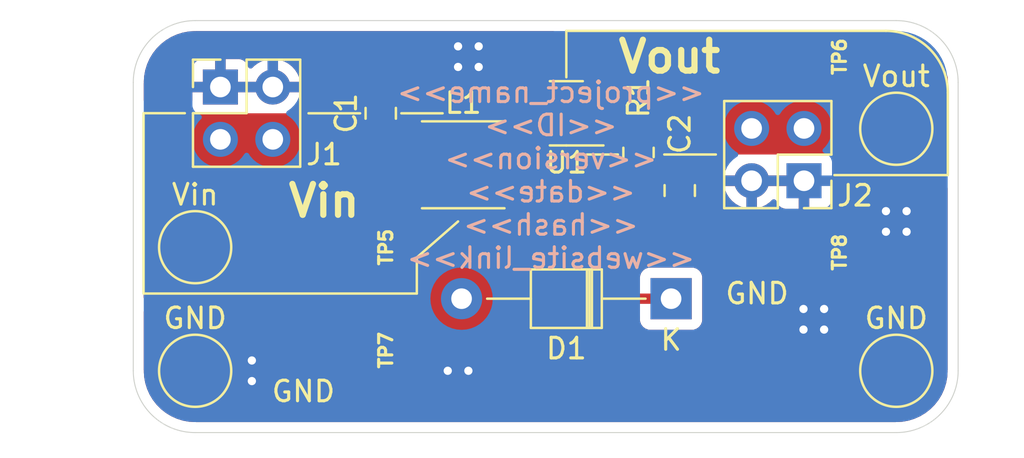
<source format=kicad_pcb>
(kicad_pcb (version 20211014) (generator pcbnew)
  (title_block (title "<<ID>>_<<project_name>>") (date "<<date>>") (rev "<<version>>") (comment 4 "<<hash>>"))
  (layers (0 "F.Cu" signal) (31 "B.Cu" signal) (34 "B.Paste" user) (35 "F.Paste" user) (36 "B.SilkS" user "B.Silkscreen") (37 "F.SilkS" user "F.Silkscreen") (38 "B.Mask" user) (39 "F.Mask" user) (44 "Edge.Cuts" user))
  (net 0 "")
  (net 1 "Vout")
  (net 3 "GND")
  (net 4 "Vin")
  (net 5 "Net-(C2-Pad1)")
  (net 6 "/LX")
  (footprint "TestPoint:TestPoint_Pad_D3.0mm" (layer "F.Cu") (at 104.5 125 180)
    (fp_text reference "TP3" hide)
    (fp_text value "GND" (at 0 2.55) (layer "F.SilkS"))
    (fp_circle (center 0 0) (end 0 1.75) (layer "F.SilkS") (width 0.12) (fill none))
    (pad "1" smd circle (at 0 0 180) (size 3 3) (layers "F.Cu" "F.Mask") (net 3 "GND"))
  )
  (footprint "Snapeda:RCWCTE_TP420X150" (layer "F.Cu") (at 110.75 124)
    (fp_text reference "TP7" (at 3 0 90) (layer "F.SilkS") (effects (font (size 0.64 0.64))))
    (fp_text value "RCWCTE")
    (pad "1" smd rect (at 0 0) (size 4.2 1.5) (layers "F.Cu" "F.Paste" "F.Mask") (net 3 "GND"))
  )
  (footprint "TestPoint:TestPoint_Pad_D3.0mm" (layer "F.Cu") (at 104.5 119 180)
    (fp_text reference "TP1" hide)
    (fp_text value "Vin" (at 0 2.55) (layer "F.SilkS"))
    (fp_circle (center 0 0) (end 0 1.75) (layer "F.SilkS") (width 0.12) (fill none))
    (pad "1" smd circle (at 0 0 180) (size 3 3) (layers "F.Cu" "F.Mask") (net 4 "Vin"))
  )
  (footprint "TestPoint:TestPoint_Pad_D3.0mm" (layer "F.Cu") (at 138.5 113.25 180)
    (fp_text reference "TP2" hide)
    (fp_text value "Vout" (at 0 2.55) (layer "F.SilkS"))
    (fp_circle (center 0 0) (end 0 1.75) (layer "F.SilkS") (width 0.12) (fill none))
    (pad "1" smd circle (at 0 0 180) (size 3 3) (layers "F.Cu" "F.Mask") (net 1 "Vout"))
  )
  (footprint "Diode_THT:D_T-1_P10.16mm_Horizontal" (layer "F.Cu") (at 127.58 121.5 180)
    (fp_text reference "D1" (at 5.08 -2.42) (layer "F.SilkS"))
    (fp_text value "1N5817")
    (fp_text user "K" (at 0 -2) (layer "F.SilkS"))
    (fp_line (start 3.96 -1.42) (end 3.96 1.42) (layer "F.SilkS") (width 0.12))
    (fp_line (start 3.84 -1.42) (end 3.84 1.42) (layer "F.SilkS") (width 0.12))
    (fp_line (start 8.92 0) (end 6.8 0) (layer "F.SilkS") (width 0.12))
    (fp_line (start 6.8 1.42) (end 6.8 -1.42) (layer "F.SilkS") (width 0.12))
    (fp_line (start 1.24 0) (end 3.36 0) (layer "F.SilkS") (width 0.12))
    (fp_line (start 3.36 1.42) (end 6.8 1.42) (layer "F.SilkS") (width 0.12))
    (fp_line (start 4.08 -1.42) (end 4.08 1.42) (layer "F.SilkS") (width 0.12))
    (fp_line (start 3.36 -1.42) (end 3.36 1.42) (layer "F.SilkS") (width 0.12))
    (fp_line (start 6.8 -1.42) (end 3.36 -1.42) (layer "F.SilkS") (width 0.12))
    (pad "1" thru_hole rect (at 0 0 180) (size 2 2) (drill 1) (layers *.Cu *.Mask) (net 1 "Vout"))
    (pad "2" thru_hole oval (at 10.16 0 180) (size 2 2) (drill 1) (layers *.Cu *.Mask) (net 6 "/LX"))
  )
  (footprint "Connector_PinHeader_2.54mm:PinHeader_2x02_P2.54mm_Vertical" (layer "F.Cu") (at 105.725 111.225)
    (fp_text reference "J1" (at 5.025 3.275) (layer "F.SilkS"))
    (fp_text value "Conn_02x02_Counter_Clockwise")
    (fp_line (start 3.87 -1.33) (end 3.87 3.87) (layer "F.SilkS") (width 0.12))
    (fp_line (start -1.33 3.87) (end 3.87 3.87) (layer "F.SilkS") (width 0.12))
    (fp_line (start -1.33 0) (end -1.33 -1.33) (layer "F.SilkS") (width 0.12))
    (fp_line (start -1.33 1.27) (end -1.33 3.87) (layer "F.SilkS") (width 0.12))
    (fp_line (start 1.27 -1.33) (end 3.87 -1.33) (layer "F.SilkS") (width 0.12))
    (fp_line (start 1.27 1.27) (end 1.27 -1.33) (layer "F.SilkS") (width 0.12))
    (fp_line (start -1.33 -1.33) (end 0 -1.33) (layer "F.SilkS") (width 0.12))
    (fp_line (start -1.33 1.27) (end 1.27 1.27) (layer "F.SilkS") (width 0.12))
    (pad "1" thru_hole rect (at 0 0) (size 1.7 1.7) (drill 1) (layers *.Cu *.Mask) (net 3 "GND"))
    (pad "2" thru_hole oval (at 2.54 0) (size 1.7 1.7) (drill 1) (layers *.Cu *.Mask) (net 3 "GND"))
    (pad "3" thru_hole oval (at 0 2.54) (size 1.7 1.7) (drill 1) (layers *.Cu *.Mask) (net 4 "Vin"))
    (pad "4" thru_hole oval (at 2.54 2.54) (size 1.7 1.7) (drill 1) (layers *.Cu *.Mask) (net 4 "Vin"))
  )
  (footprint "Snapeda:RCWCTE_TP420X150" (layer "F.Cu") (at 132.75 109.75)
    (fp_text reference "TP6" (at 3 0 90) (layer "F.SilkS") (effects (font (size 0.64 0.64))))
    (fp_text value "RCWCTE")
    (pad "1" smd rect (at 0 0) (size 4.2 1.5) (layers "F.Cu" "F.Paste" "F.Mask") (net 1 "Vout"))
  )
  (footprint "Inductor_SMD:L_Vishay_IFSC-1515AH_4x4x1.8mm" (layer "F.Cu") (at 117.5 115)
    (fp_text reference "L1" (at 0 -3) (layer "F.SilkS"))
    (fp_text value "47uH")
    (fp_line (start -2 -2.11) (end 2 -2.11) (layer "F.SilkS") (width 0.12))
    (fp_line (start 2 2.11) (end -2 2.11) (layer "F.SilkS") (width 0.12))
    (pad "1" smd rect (at -1.475 0) (size 1.15 3.6) (layers "F.Cu" "F.Paste" "F.Mask") (net 4 "Vin"))
    (pad "2" smd rect (at 1.475 0) (size 1.15 3.6) (layers "F.Cu" "F.Paste" "F.Mask") (net 6 "/LX"))
  )
  (footprint "TestPoint:TestPoint_Pad_D3.0mm" (layer "F.Cu") (at 138.5 125 180)
    (fp_text reference "TP4" hide)
    (fp_text value "GND" (at 0 2.55) (layer "F.SilkS"))
    (fp_circle (center 0 0) (end 0 1.75) (layer "F.SilkS") (width 0.12) (fill none))
    (pad "1" smd circle (at 0 0 180) (size 3 3) (layers "F.Cu" "F.Mask") (net 3 "GND"))
  )
  (footprint "Snapeda:RCWCTE_TP420X150" (layer "F.Cu") (at 132.75 119.25)
    (fp_text reference "TP8" (at 3 0 90) (layer "F.SilkS") (effects (font (size 0.64 0.64))))
    (fp_text value "RCWCTE")
    (pad "1" smd rect (at 0 0) (size 4.2 1.5) (layers "F.Cu" "F.Paste" "F.Mask") (net 3 "GND"))
  )
  (footprint "Connector_PinHeader_2.54mm:PinHeader_2x02_P2.54mm_Vertical" (layer "F.Cu") (at 134.025 115.775 180)
    (fp_text reference "J2" (at -2.475 -0.725) (layer "F.SilkS"))
    (fp_text value "Conn_02x02_Counter_Clockwise")
    (fp_line (start 3.87 -1.33) (end 3.87 3.87) (layer "F.SilkS") (width 0.12))
    (fp_line (start -1.33 1.27) (end 1.27 1.27) (layer "F.SilkS") (width 0.12))
    (fp_line (start -1.33 3.87) (end 3.87 3.87) (layer "F.SilkS") (width 0.12))
    (fp_line (start -1.33 -1.33) (end 0 -1.33) (layer "F.SilkS") (width 0.12))
    (fp_line (start 1.27 1.27) (end 1.27 -1.33) (layer "F.SilkS") (width 0.12))
    (fp_line (start -1.33 0) (end -1.33 -1.33) (layer "F.SilkS") (width 0.12))
    (fp_line (start -1.33 1.27) (end -1.33 3.87) (layer "F.SilkS") (width 0.12))
    (fp_line (start 1.27 -1.33) (end 3.87 -1.33) (layer "F.SilkS") (width 0.12))
    (pad "1" thru_hole rect (at 0 0 180) (size 1.7 1.7) (drill 1) (layers *.Cu *.Mask) (net 3 "GND"))
    (pad "2" thru_hole oval (at 2.54 0 180) (size 1.7 1.7) (drill 1) (layers *.Cu *.Mask) (net 3 "GND"))
    (pad "3" thru_hole oval (at 0 2.54 180) (size 1.7 1.7) (drill 1) (layers *.Cu *.Mask) (net 1 "Vout"))
    (pad "4" thru_hole oval (at 2.54 2.54 180) (size 1.7 1.7) (drill 1) (layers *.Cu *.Mask) (net 1 "Vout"))
  )
  (footprint "Capacitor_SMD:C_0805_2012Metric" (layer "F.Cu") (at 128 116.25 -90)
    (fp_text reference "C2" (at -2.75 0 90) (layer "F.SilkS"))
    (fp_text value "22uF")
    (fp_line (start -0.261252 -0.735) (end 0.261252 -0.735) (layer "F.SilkS") (width 0.12))
    (fp_line (start -0.261252 0.735) (end 0.261252 0.735) (layer "F.SilkS") (width 0.12))
    (pad "1" smd roundrect (at -0.95 0 270) (size 1 1.45) (layers "F.Cu" "F.Paste" "F.Mask") (net 5 "Net-(C2-Pad1)"))
    (pad "2" smd roundrect (at 0.95 0 270) (size 1 1.45) (layers "F.Cu" "F.Paste" "F.Mask") (net 3 "GND"))
  )
  (footprint "Snapeda:RCWCTE_TP420X150" (layer "F.Cu") (at 110.75 119)
    (fp_text reference "TP5" (at 3 0 90) (layer "F.SilkS") (effects (font (size 0.64 0.64))))
    (fp_text value "RCWCTE")
    (pad "1" smd rect (at 0 0) (size 4.2 1.5) (layers "F.Cu" "F.Paste" "F.Mask") (net 4 "Vin"))
  )
  (footprint "Capacitor_SMD:C_0805_2012Metric" (layer "F.Cu") (at 113.5 112.5 90)
    (fp_text reference "C1" (at 0 -1.68 90) (layer "F.SilkS"))
    (fp_text value "47uF")
    (fp_line (start -0.261252 0.735) (end 0.261252 0.735) (layer "F.SilkS") (width 0.12))
    (fp_line (start -0.261252 -0.735) (end 0.261252 -0.735) (layer "F.SilkS") (width 0.12))
    (pad "1" smd roundrect (at -0.95 0 90) (size 1 1.45) (layers "F.Cu" "F.Paste" "F.Mask") (net 4 "Vin"))
    (pad "2" smd roundrect (at 0.95 0 90) (size 1 1.45) (layers "F.Cu" "F.Paste" "F.Mask") (net 3 "GND"))
  )
  (footprint "Package_TO_SOT_SMD:SOT-23-5" (layer "F.Cu") (at 122.5 112.5 180)
    (fp_text reference "U1" (at 0 -2.4) (layer "F.SilkS"))
    (fp_text value "HT77xxBA")
    (fp_line (start 0 -1.56) (end -1.8 -1.56) (layer "F.SilkS") (width 0.12))
    (fp_line (start 0 1.56) (end -0.8 1.56) (layer "F.SilkS") (width 0.12))
    (fp_line (start 0 -1.56) (end 0.8 -1.56) (layer "F.SilkS") (width 0.12))
    (fp_line (start 0 1.56) (end 0.8 1.56) (layer "F.SilkS") (width 0.12))
    (pad "1" smd roundrect (at -1.1375 -0.95 180) (size 1.325 0.6) (layers "F.Cu" "F.Paste" "F.Mask") (net 1 "Vout"))
    (pad "2" smd roundrect (at -1.1375 0 180) (size 1.325 0.6) (layers "F.Cu" "F.Paste" "F.Mask") (net 1 "Vout"))
    (pad "3" smd roundrect (at -1.1375 0.95 180) (size 1.325 0.6) (layers "F.Cu" "F.Paste" "F.Mask"))
    (pad "4" smd roundrect (at 1.1375 0.95 180) (size 1.325 0.6) (layers "F.Cu" "F.Paste" "F.Mask") (net 3 "GND"))
    (pad "5" smd roundrect (at 1.1375 -0.95 180) (size 1.325 0.6) (layers "F.Cu" "F.Paste" "F.Mask") (net 6 "/LX"))
  )
  (footprint "Resistor_SMD:R_0805_2012Metric" (layer "F.Cu") (at 126 114.4 -90)
    (fp_text reference "R1" (at -2.65 0 90) (layer "F.SilkS"))
    (fp_text value "0.15")
    (fp_line (start -0.227064 0.735) (end 0.227064 0.735) (layer "F.SilkS") (width 0.12))
    (fp_line (start -0.227064 -0.735) (end 0.227064 -0.735) (layer "F.SilkS") (width 0.12))
    (pad "1" smd roundrect (at -0.9125 0 270) (size 1.025 1.4) (layers "F.Cu" "F.Paste" "F.Mask") (roundrect_rratio 0.243902) (net 1 "Vout"))
    (pad "2" smd roundrect (at 0.9125 0 270) (size 1.025 1.4) (layers "F.Cu" "F.Paste" "F.Mask") (roundrect_rratio 0.243902) (net 5 "Net-(C2-Pad1)"))
  )
  (gr_line (start 141 115.5) (end 135.5 115.5) (layer "F.SilkS") (width 0.12))
  (gr_line (start 112.5 112.5) (end 110 112.5) (layer "F.SilkS") (width 0.12))
  (gr_line (start 125 114.5) (end 123.5 114.5) (layer "F.SilkS") (width 0.12))
  (gr_line (start 129.75 114.5) (end 127.25 114.5) (layer "F.SilkS") (width 0.12))
  (gr_line (start 122.5 108.5) (end 122.5 110.75) (layer "F.SilkS") (width 0.12))
  (gr_line (start 116.5 112.5) (end 114.5 112.5) (layer "F.SilkS") (width 0.12))
  (gr_arc (start 138 108.5) (mid 140.12132 109.37868) (end 141 111.5) (layer "F.SilkS") (width 0.12))
  (gr_line (start 141 111.5) (end 141 115.5) (layer "F.SilkS") (width 0.12))
  (gr_line (start 102 112.495) (end 102 121.25) (layer "F.SilkS") (width 0.12))
  (gr_line (start 115.25 121.25) (end 115.25 119.5) (layer "F.SilkS") (width 0.12))
  (gr_line (start 122.5 108.5) (end 138 108.5) (layer "F.SilkS") (width 0.12))
  (gr_line (start 102 112.495) (end 104 112.495) (layer "F.SilkS") (width 0.12))
  (gr_line (start 115.25 119.5) (end 117.25 117.75) (layer "F.SilkS") (width 0.12))
  (gr_line (start 102 121.25) (end 115.25 121.25) (layer "F.SilkS") (width 0.12))
  (gr_arc (start 141.5 125) (mid 140.62132 127.12132) (end 138.5 128) (layer "Edge.Cuts") (width 0.05))
  (gr_line (start 141.5 111) (end 141.5 125) (layer "Edge.Cuts") (width 0.05))
  (gr_arc (start 138.5 108) (mid 140.62132 108.87868) (end 141.5 111) (layer "Edge.Cuts") (width 0.05))
  (gr_arc (start 101.5 111) (mid 102.37868 108.87868) (end 104.5 108) (layer "Edge.Cuts") (width 0.05))
  (gr_line (start 104.5 108) (end 138.5 108) (layer "Edge.Cuts") (width 0.05))
  (gr_line (start 101.5 125) (end 101.5 111) (layer "Edge.Cuts") (width 0.05))
  (gr_arc (start 104.5 128) (mid 102.37868 127.12132) (end 101.5 125) (layer "Edge.Cuts") (width 0.05))
  (gr_line (start 138.5 128) (end 104.5 128) (layer "Edge.Cuts") (width 0.05))
  (gr_text "<<project_name>>\n<<ID>>\n<<version>>\n<<date>>\n<<hash>>\n<<website_link>>" (at 121.75 115.5) (layer "B.SilkS") (effects (font (size 1 1)) (justify mirror)))
  (gr_text "GND" (at 109.75 126) (layer "F.SilkS") (effects (font (size 1 1))))
  (gr_text "Vout" (at 127.5 109.75) (layer "F.SilkS") (effects (font (size 1.5 1.5) (thickness 0.3))))
  (gr_text "GND" (at 131.75 121.25) (layer "F.SilkS") (effects (font (size 1 1))))
  (gr_text "Vin" (at 110.75 116.75) (layer "F.SilkS") (effects (font (size 1.5 1.5) (thickness 0.3))))
  (segment (start 123.6375 113.45) (end 123.6375 119.3875) (width 0.5) (layer "F.Cu") (net 1))
  (segment (start 123.6375 119.3875) (end 125.75 121.5) (width 0.5) (layer "F.Cu") (net 1))
  (segment (start 125.75 121.5) (end 127.58 121.5) (width 0.5) (layer "F.Cu") (net 1))
  (via (at 139 117.25) (size 0.8) (drill 0.4) (layers "F.Cu" "B.Cu") (net 3))
  (via (at 116.75 125) (size 0.8) (drill 0.4) (layers "F.Cu" "B.Cu") (net 3))
  (via (at 117.25 109.25) (size 0.8) (drill 0.4) (layers "F.Cu" "B.Cu") (net 3))
  (via (at 135 123) (size 0.8) (drill 0.4) (layers "F.Cu" "B.Cu") (net 3))
  (via (at 107.25 124.5) (size 0.8) (drill 0.4) (layers "F.Cu" "B.Cu") (net 3))
  (via (at 118.25 109.25) (size 0.8) (drill 0.4) (layers "F.Cu" "B.Cu") (net 3))
  (via (at 138 118.25) (size 0.8) (drill 0.4) (layers "F.Cu" "B.Cu") (net 3))
  (via (at 134 123) (size 0.8) (drill 0.4) (layers "F.Cu" "B.Cu") (net 3))
  (via (at 139 118.25) (size 0.8) (drill 0.4) (layers "F.Cu" "B.Cu") (net 3))
  (via (at 117.25 110.25) (size 0.8) (drill 0.4) (layers "F.Cu" "B.Cu") (net 3))
  (via (at 138 117.25) (size 0.8) (drill 0.4) (layers "F.Cu" "B.Cu") (net 3))
  (via (at 117.75 125) (size 0.8) (drill 0.4) (layers "F.Cu" "B.Cu") (net 3))
  (via (at 135 122) (size 0.8) (drill 0.4) (layers "F.Cu" "B.Cu") (net 3))
  (via (at 107.25 125.5) (size 0.8) (drill 0.4) (layers "F.Cu" "B.Cu") (net 3))
  (via (at 118.25 110.25) (size 0.8) (drill 0.4) (layers "F.Cu" "B.Cu") (net 3))
  (via (at 134 122) (size 0.8) (drill 0.4) (layers "F.Cu" "B.Cu") (net 3))
  (segment (start 127.9875 115.3125) (end 128 115.3) (width 0.25) (layer "F.Cu") (net 5))
  (segment (start 126 115.3125) (end 127.9875 115.3125) (width 0.25) (layer "F.Cu") (net 5))
  (zone (net 4) (net_name "Vin") (layer "F.Cu") (priority 1) (connect_pads yes (clearance 0.2)) (min_thickness 0.125) (fill yes (thermal_gap 0.508) (thermal_bridge_width 0.508))
    (polygon (pts (xy 117.25 117.75) (xy 115.25 119.5) (xy 115.25 121.5) (xy 102 121.5) (xy 102 112.5) (xy 117.25 112.5)))
  )
  (zone (net 3) (net_name "GND") (layers F&B.Cu) (connect_pads (clearance 0.508)) (min_thickness 0.254) (fill yes (thermal_gap 0.508) (thermal_bridge_width 0.508))
    (polygon (pts (xy 143 129.25) (xy 100.5 129.25) (xy 100.5 107) (xy 143 107)))
  )
  (zone (net 6) (net_name "/LX") (layer "F.Cu") (priority 1) (connect_pads yes (clearance 0.2)) (min_thickness 0.125) (fill yes (thermal_gap 0.508) (thermal_bridge_width 0.508))
    (polygon (pts (xy 122.25 119.75) (xy 119 119.75) (xy 119 123.5) (xy 115.75 123.5) (xy 115.75 120) (xy 118 118) (xy 118 112.75) (xy 122.25 112.75)))
  )
  (zone (net 1) (net_name "Vout") (layer "F.Cu") (priority 1) (connect_pads yes (clearance 0.2)) (min_thickness 0.125) (fill yes (thermal_gap 0.508) (thermal_bridge_width 0.508))
    (polygon (pts (xy 139.735955 109) (xy 140.5 109.75) (xy 141 110.75) (xy 141 115.5) (xy 135.75 115.5) (xy 135.75 114.5) (xy 122.5 114.5) (xy 122.5 108.5) (xy 138.5 108.5)))
  )
)
</source>
